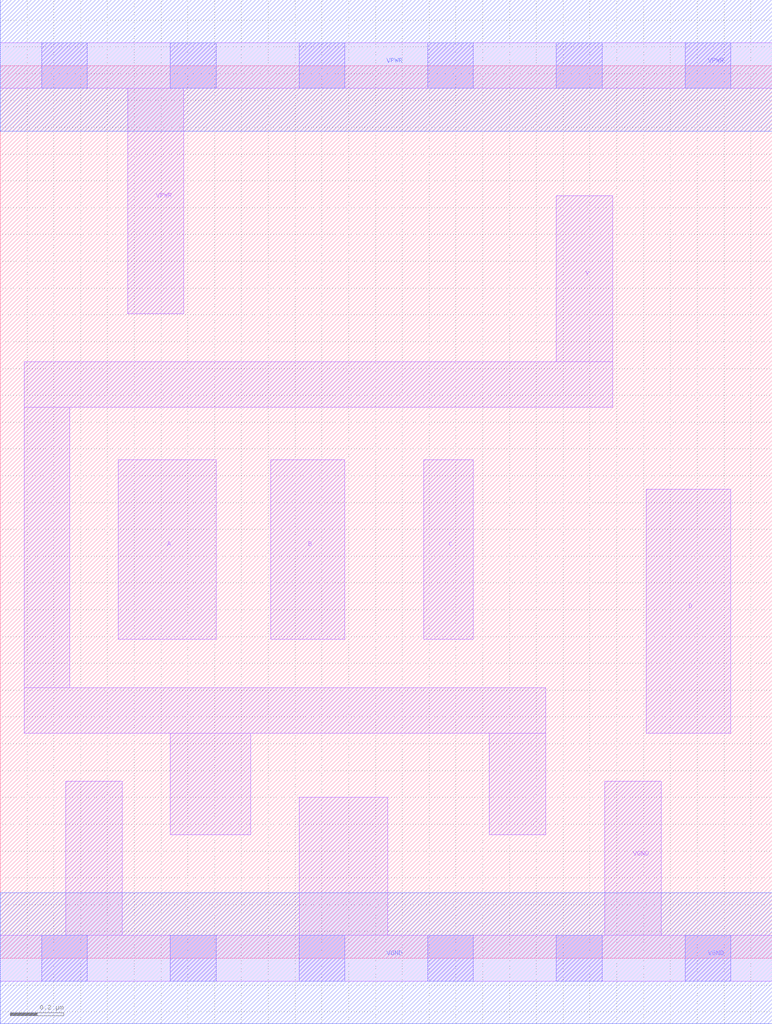
<source format=lef>
# Copyright 2020 The SkyWater PDK Authors
#
# Licensed under the Apache License, Version 2.0 (the "License");
# you may not use this file except in compliance with the License.
# You may obtain a copy of the License at
#
#     https://www.apache.org/licenses/LICENSE-2.0
#
# Unless required by applicable law or agreed to in writing, software
# distributed under the License is distributed on an "AS IS" BASIS,
# WITHOUT WARRANTIES OR CONDITIONS OF ANY KIND, either express or implied.
# See the License for the specific language governing permissions and
# limitations under the License.
#
# SPDX-License-Identifier: Apache-2.0

VERSION 5.7 ;
  NAMESCASESENSITIVE ON ;
  NOWIREEXTENSIONATPIN ON ;
  DIVIDERCHAR "/" ;
  BUSBITCHARS "[]" ;
UNITS
  DATABASE MICRONS 200 ;
END UNITS
MACRO sky130_fd_sc_lp__nor4_m
  CLASS CORE ;
  SOURCE USER ;
  FOREIGN sky130_fd_sc_lp__nor4_m ;
  ORIGIN  0.000000  0.000000 ;
  SIZE  2.880000 BY  3.330000 ;
  SYMMETRY X Y R90 ;
  SITE unit ;
  PIN A
    ANTENNAGATEAREA  0.126000 ;
    DIRECTION INPUT ;
    USE SIGNAL ;
    PORT
      LAYER li1 ;
        RECT 0.440000 1.190000 0.805000 1.860000 ;
    END
  END A
  PIN B
    ANTENNAGATEAREA  0.126000 ;
    DIRECTION INPUT ;
    USE SIGNAL ;
    PORT
      LAYER li1 ;
        RECT 1.010000 1.190000 1.285000 1.860000 ;
    END
  END B
  PIN C
    ANTENNAGATEAREA  0.126000 ;
    DIRECTION INPUT ;
    USE SIGNAL ;
    PORT
      LAYER li1 ;
        RECT 1.580000 1.190000 1.765000 1.860000 ;
    END
  END C
  PIN D
    ANTENNAGATEAREA  0.126000 ;
    DIRECTION INPUT ;
    USE SIGNAL ;
    PORT
      LAYER li1 ;
        RECT 2.410000 0.840000 2.725000 1.750000 ;
    END
  END D
  PIN Y
    ANTENNADIFFAREA  0.346500 ;
    DIRECTION OUTPUT ;
    USE SIGNAL ;
    PORT
      LAYER li1 ;
        RECT 0.090000 0.840000 2.035000 1.010000 ;
        RECT 0.090000 1.010000 0.260000 2.055000 ;
        RECT 0.090000 2.055000 2.285000 2.225000 ;
        RECT 0.635000 0.460000 0.935000 0.840000 ;
        RECT 1.825000 0.460000 2.035000 0.840000 ;
        RECT 2.075000 2.225000 2.285000 2.845000 ;
    END
  END Y
  PIN VGND
    DIRECTION INOUT ;
    USE GROUND ;
    PORT
      LAYER li1 ;
        RECT 0.000000 -0.085000 2.880000 0.085000 ;
        RECT 0.245000  0.085000 0.455000 0.660000 ;
        RECT 1.115000  0.085000 1.445000 0.600000 ;
        RECT 2.255000  0.085000 2.465000 0.660000 ;
      LAYER mcon ;
        RECT 0.155000 -0.085000 0.325000 0.085000 ;
        RECT 0.635000 -0.085000 0.805000 0.085000 ;
        RECT 1.115000 -0.085000 1.285000 0.085000 ;
        RECT 1.595000 -0.085000 1.765000 0.085000 ;
        RECT 2.075000 -0.085000 2.245000 0.085000 ;
        RECT 2.555000 -0.085000 2.725000 0.085000 ;
      LAYER met1 ;
        RECT 0.000000 -0.245000 2.880000 0.245000 ;
    END
  END VGND
  PIN VPWR
    DIRECTION INOUT ;
    USE POWER ;
    PORT
      LAYER li1 ;
        RECT 0.000000 3.245000 2.880000 3.415000 ;
        RECT 0.475000 2.405000 0.685000 3.245000 ;
      LAYER mcon ;
        RECT 0.155000 3.245000 0.325000 3.415000 ;
        RECT 0.635000 3.245000 0.805000 3.415000 ;
        RECT 1.115000 3.245000 1.285000 3.415000 ;
        RECT 1.595000 3.245000 1.765000 3.415000 ;
        RECT 2.075000 3.245000 2.245000 3.415000 ;
        RECT 2.555000 3.245000 2.725000 3.415000 ;
      LAYER met1 ;
        RECT 0.000000 3.085000 2.880000 3.575000 ;
    END
  END VPWR
END sky130_fd_sc_lp__nor4_m

</source>
